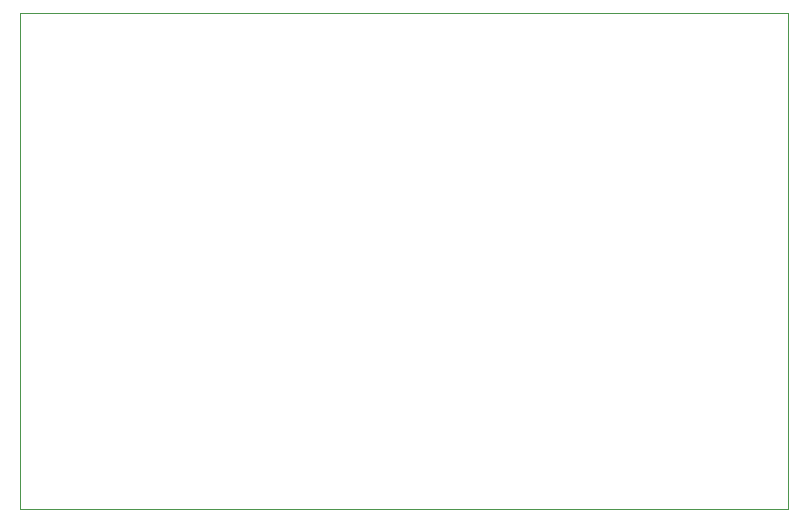
<source format=gm1>
G04 #@! TF.FileFunction,Profile,NP*
%FSLAX46Y46*%
G04 Gerber Fmt 4.6, Leading zero omitted, Abs format (unit mm)*
G04 Created by KiCad (PCBNEW 4.0.7-e2-6376~58~ubuntu14.04.1) date Wed Mar 28 12:10:58 2018*
%MOMM*%
%LPD*%
G01*
G04 APERTURE LIST*
%ADD10C,0.100000*%
G04 APERTURE END LIST*
D10*
X115000000Y-116200000D02*
X115000000Y-74200000D01*
X180000000Y-116200000D02*
X115000000Y-116200000D01*
X180000000Y-74200000D02*
X180000000Y-116200000D01*
X115000000Y-74200000D02*
X180000000Y-74200000D01*
M02*

</source>
